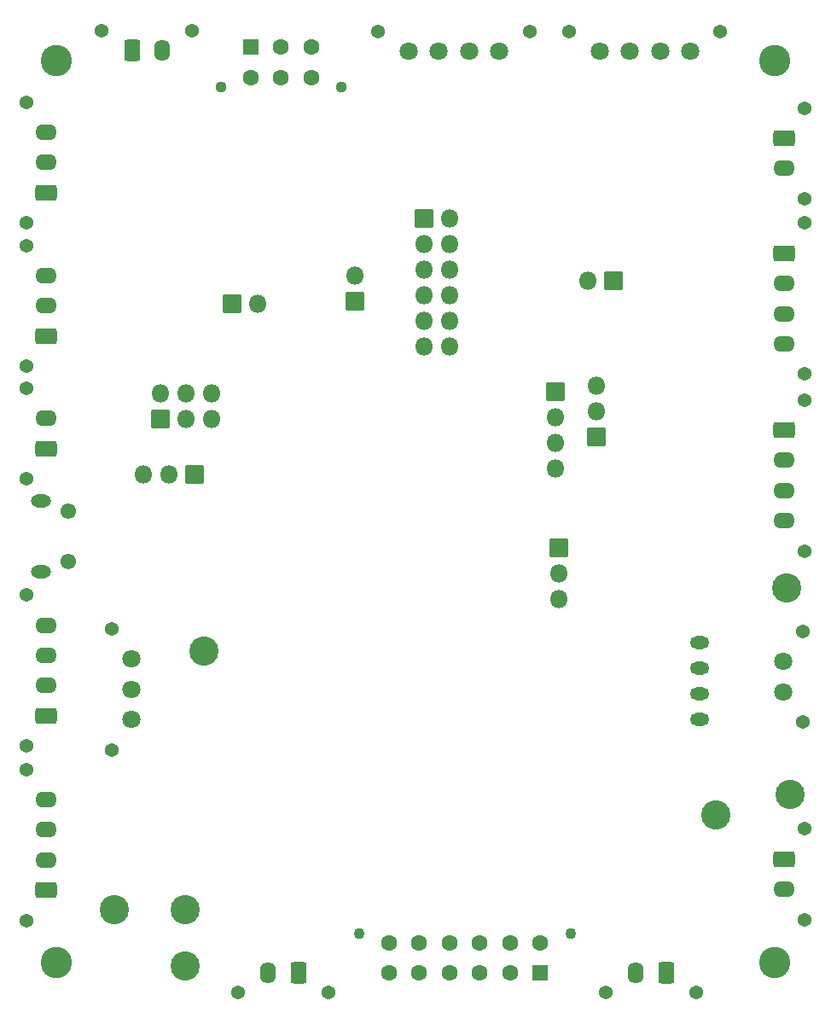
<source format=gbs>
G04 #@! TF.GenerationSoftware,KiCad,Pcbnew,8.0.7*
G04 #@! TF.CreationDate,2025-01-18T17:23:32-06:00*
G04 #@! TF.ProjectId,Controls-Leader,436f6e74-726f-46c7-932d-4c6561646572,rev?*
G04 #@! TF.SameCoordinates,Original*
G04 #@! TF.FileFunction,Soldermask,Bot*
G04 #@! TF.FilePolarity,Negative*
%FSLAX46Y46*%
G04 Gerber Fmt 4.6, Leading zero omitted, Abs format (unit mm)*
G04 Created by KiCad (PCBNEW 8.0.7) date 2025-01-18 17:23:32*
%MOMM*%
%LPD*%
G01*
G04 APERTURE LIST*
G04 Aperture macros list*
%AMRoundRect*
0 Rectangle with rounded corners*
0 $1 Rounding radius*
0 $2 $3 $4 $5 $6 $7 $8 $9 X,Y pos of 4 corners*
0 Add a 4 corners polygon primitive as box body*
4,1,4,$2,$3,$4,$5,$6,$7,$8,$9,$2,$3,0*
0 Add four circle primitives for the rounded corners*
1,1,$1+$1,$2,$3*
1,1,$1+$1,$4,$5*
1,1,$1+$1,$6,$7*
1,1,$1+$1,$8,$9*
0 Add four rect primitives between the rounded corners*
20,1,$1+$1,$2,$3,$4,$5,0*
20,1,$1+$1,$4,$5,$6,$7,0*
20,1,$1+$1,$6,$7,$8,$9,0*
20,1,$1+$1,$8,$9,$2,$3,0*%
G04 Aperture macros list end*
%ADD10C,1.372000*%
%ADD11RoundRect,0.267001X0.793999X-0.533999X0.793999X0.533999X-0.793999X0.533999X-0.793999X-0.533999X0*%
%ADD12O,2.122000X1.602000*%
%ADD13RoundRect,0.051000X-0.850000X-0.850000X0.850000X-0.850000X0.850000X0.850000X-0.850000X0.850000X0*%
%ADD14O,1.802000X1.802000*%
%ADD15RoundRect,0.051000X-0.850000X0.850000X-0.850000X-0.850000X0.850000X-0.850000X0.850000X0.850000X0*%
%ADD16RoundRect,0.051000X0.850000X0.850000X-0.850000X0.850000X-0.850000X-0.850000X0.850000X-0.850000X0*%
%ADD17C,1.802000*%
%ADD18C,2.902000*%
%ADD19C,3.102000*%
%ADD20RoundRect,0.051000X0.850000X-0.850000X0.850000X0.850000X-0.850000X0.850000X-0.850000X-0.850000X0*%
%ADD21RoundRect,0.267001X-0.793999X0.533999X-0.793999X-0.533999X0.793999X-0.533999X0.793999X0.533999X0*%
%ADD22C,1.122000*%
%ADD23RoundRect,0.267001X-0.533999X-0.533999X0.533999X-0.533999X0.533999X0.533999X-0.533999X0.533999X0*%
%ADD24C,1.602000*%
%ADD25O,2.002000X1.302000*%
%ADD26C,1.552000*%
%ADD27C,1.102000*%
%ADD28RoundRect,0.051000X0.750000X0.750000X-0.750000X0.750000X-0.750000X-0.750000X0.750000X-0.750000X0*%
%ADD29RoundRect,0.267001X0.533999X0.793999X-0.533999X0.793999X-0.533999X-0.793999X0.533999X-0.793999X0*%
%ADD30O,1.602000X2.122000*%
%ADD31RoundRect,0.267001X-0.533999X-0.793999X0.533999X-0.793999X0.533999X0.793999X-0.533999X0.793999X0*%
%ADD32O,1.902000X1.302000*%
G04 APERTURE END LIST*
D10*
G04 #@! TO.C,J7*
X113540000Y-71390000D03*
X113540000Y-59390000D03*
D11*
X115500000Y-68390000D03*
D12*
X115500000Y-65390000D03*
X115500000Y-62390000D03*
G04 #@! TD*
D10*
G04 #@! TO.C,J12*
X113540000Y-96780000D03*
X113540000Y-87780000D03*
D11*
X115500000Y-93780000D03*
D12*
X115500000Y-90780000D03*
G04 #@! TD*
D13*
G04 #@! TO.C,J3*
X152960000Y-70980000D03*
D14*
X155500000Y-70980000D03*
X152960000Y-73520000D03*
X155500000Y-73520000D03*
X152960000Y-76060000D03*
X155500000Y-76060000D03*
X152960000Y-78600000D03*
X155500000Y-78600000D03*
X152960000Y-81140000D03*
X155500000Y-81140000D03*
X152960000Y-83680000D03*
X155500000Y-83680000D03*
G04 #@! TD*
D15*
G04 #@! TO.C,J25*
X130159999Y-96350000D03*
D14*
X127619999Y-96350000D03*
X125079999Y-96350000D03*
G04 #@! TD*
D15*
G04 #@! TO.C,JP2*
X171775000Y-77100000D03*
D14*
X169235000Y-77100000D03*
G04 #@! TD*
D16*
G04 #@! TO.C,J13*
X170090000Y-92640000D03*
D14*
X170090000Y-90100000D03*
X170090000Y-87560000D03*
G04 #@! TD*
D10*
G04 #@! TO.C,J21*
X167390000Y-52410000D03*
X182390000Y-52410000D03*
D17*
X170390000Y-54370000D03*
X173390000Y-54370000D03*
X176390000Y-54370000D03*
X179390000Y-54370000D03*
G04 #@! TD*
D10*
G04 #@! TO.C,J18*
X190590000Y-111920000D03*
X190590000Y-120920000D03*
D17*
X188630000Y-114920000D03*
X188630000Y-117920000D03*
G04 #@! TD*
D18*
G04 #@! TO.C,TP8*
X189300000Y-128100000D03*
G04 #@! TD*
D19*
G04 #@! TO.C,H3*
X187750000Y-144750000D03*
G04 #@! TD*
D13*
G04 #@! TO.C,J8*
X166000000Y-88170000D03*
D14*
X166000000Y-90710000D03*
X166000000Y-93250000D03*
X166000000Y-95790000D03*
G04 #@! TD*
D20*
G04 #@! TO.C,JP1*
X133878000Y-79428000D03*
D14*
X136418000Y-79428000D03*
G04 #@! TD*
D13*
G04 #@! TO.C,J2*
X166350000Y-103660000D03*
D14*
X166350000Y-106200000D03*
X166350000Y-108740000D03*
G04 #@! TD*
D10*
G04 #@! TO.C,J14*
X190700000Y-59980000D03*
X190700000Y-68980000D03*
D21*
X188740000Y-62980000D03*
D12*
X188740000Y-65980000D03*
G04 #@! TD*
D22*
G04 #@! TO.C,J5*
X132780000Y-57890000D03*
X144780000Y-57890000D03*
D23*
X135780000Y-53950000D03*
D24*
X138780000Y-53950000D03*
X141780000Y-53950000D03*
X135780000Y-56950000D03*
X138780000Y-56950000D03*
X141780000Y-56950000D03*
G04 #@! TD*
D19*
G04 #@! TO.C,H2*
X116500000Y-55250000D03*
G04 #@! TD*
D25*
G04 #@! TO.C,J23*
X114922500Y-98997500D03*
D26*
X117622500Y-99997500D03*
X117622500Y-104997500D03*
D25*
X114922500Y-105997500D03*
G04 #@! TD*
D10*
G04 #@! TO.C,J17*
X190700000Y-88940000D03*
X190700000Y-103940000D03*
D21*
X188740000Y-91940000D03*
D12*
X188740000Y-94940000D03*
X188740000Y-97940000D03*
X188740000Y-100940000D03*
G04 #@! TD*
D16*
G04 #@! TO.C,J27*
X146070000Y-79179000D03*
D14*
X146070000Y-76639000D03*
G04 #@! TD*
D27*
G04 #@! TO.C,J4*
X167500000Y-141860000D03*
X146500000Y-141860000D03*
D28*
X164500000Y-145800000D03*
D24*
X161500000Y-145800000D03*
X158500000Y-145800000D03*
X155500000Y-145800000D03*
X152500000Y-145800000D03*
X149500000Y-145800000D03*
X164500000Y-142800000D03*
X161500000Y-142800000D03*
X158500000Y-142800000D03*
X155500000Y-142800000D03*
X152500000Y-142800000D03*
X149500000Y-142800000D03*
G04 #@! TD*
D20*
G04 #@! TO.C,J15*
X126770000Y-90840000D03*
D14*
X126770000Y-88300000D03*
X129310000Y-90840000D03*
X129310000Y-88300000D03*
X131850000Y-90840000D03*
X131850000Y-88300000D03*
G04 #@! TD*
D10*
G04 #@! TO.C,J10*
X113540000Y-123290000D03*
X113540000Y-108290000D03*
D11*
X115500000Y-120290000D03*
D12*
X115500000Y-117290000D03*
X115500000Y-114290000D03*
X115500000Y-111290000D03*
G04 #@! TD*
D10*
G04 #@! TO.C,J22*
X148430000Y-52410000D03*
X163430000Y-52410000D03*
D17*
X151430000Y-54370000D03*
X154430000Y-54370000D03*
X157430000Y-54370000D03*
X160430000Y-54370000D03*
G04 #@! TD*
D10*
G04 #@! TO.C,J9*
X113540000Y-85610000D03*
X113540000Y-73610000D03*
D11*
X115500000Y-82610000D03*
D12*
X115500000Y-79610000D03*
X115500000Y-76610000D03*
G04 #@! TD*
D18*
G04 #@! TO.C,TP5*
X122250000Y-139500000D03*
G04 #@! TD*
D10*
G04 #@! TO.C,J6*
X190700000Y-71390000D03*
X190700000Y-86390000D03*
D21*
X188740000Y-74390000D03*
D12*
X188740000Y-77390000D03*
X188740000Y-80390000D03*
X188740000Y-83390000D03*
G04 #@! TD*
D10*
G04 #@! TO.C,L_BLINK_EXT1*
X190700000Y-131500000D03*
X190700000Y-140500000D03*
D21*
X188740000Y-134500000D03*
D12*
X188740000Y-137500000D03*
G04 #@! TD*
D10*
G04 #@! TO.C,R_BLINK_EXT1*
X180000000Y-147760000D03*
X171000000Y-147760000D03*
D29*
X177000000Y-145800000D03*
D30*
X174000000Y-145800000D03*
G04 #@! TD*
D19*
G04 #@! TO.C,H4*
X116500000Y-144750000D03*
G04 #@! TD*
D10*
G04 #@! TO.C,BRAKELIGHT1*
X143500000Y-147760000D03*
X134500000Y-147760000D03*
D29*
X140500000Y-145800000D03*
D30*
X137500000Y-145800000D03*
G04 #@! TD*
D18*
G04 #@! TO.C,TP4*
X188950000Y-107590000D03*
G04 #@! TD*
G04 #@! TO.C,TP6*
X131100000Y-113900000D03*
G04 #@! TD*
G04 #@! TO.C,TP9*
X129250000Y-145150000D03*
G04 #@! TD*
G04 #@! TO.C,TP10*
X129250000Y-139500000D03*
G04 #@! TD*
D10*
G04 #@! TO.C,J11*
X113540000Y-140600000D03*
X113540000Y-125600000D03*
D11*
X115500000Y-137600000D03*
D12*
X115500000Y-134600000D03*
X115500000Y-131600000D03*
X115500000Y-128600000D03*
G04 #@! TD*
D18*
G04 #@! TO.C,TP7*
X181950000Y-130100000D03*
G04 #@! TD*
D19*
G04 #@! TO.C,H1*
X187750000Y-55250000D03*
G04 #@! TD*
D10*
G04 #@! TO.C,J1*
X122010000Y-123649999D03*
X122010000Y-111649999D03*
D17*
X123970000Y-120649999D03*
X123970000Y-117649999D03*
X123970000Y-114649999D03*
G04 #@! TD*
D10*
G04 #@! TO.C,J16*
X120980000Y-52330000D03*
X129980000Y-52330000D03*
D31*
X123980000Y-54290000D03*
D30*
X126980000Y-54290000D03*
G04 #@! TD*
D32*
G04 #@! TO.C,U12*
X180340000Y-120649999D03*
X180340000Y-118110000D03*
X180340000Y-115569998D03*
X180340000Y-113029999D03*
G04 #@! TD*
M02*

</source>
